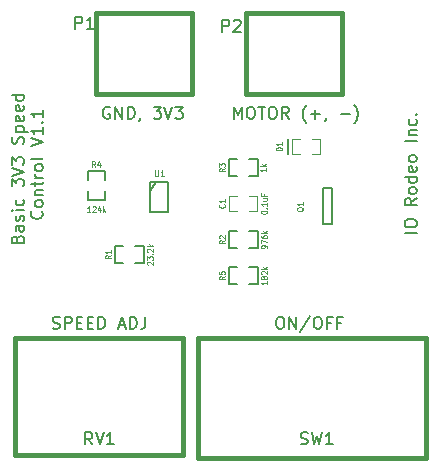
<source format=gto>
G04 (created by PCBNEW (2013-mar-13)-testing) date Thu 23 Jan 2014 01:37:46 PM PST*
%MOIN*%
G04 Gerber Fmt 3.4, Leading zero omitted, Abs format*
%FSLAX34Y34*%
G01*
G70*
G90*
G04 APERTURE LIST*
%ADD10C,0.005906*%
%ADD11C,0.008000*%
%ADD12C,0.004700*%
%ADD13C,0.015000*%
%ADD14C,0.005000*%
%ADD15C,0.004500*%
G04 APERTURE END LIST*
G54D10*
G54D11*
X24080Y-17371D02*
X23680Y-17371D01*
X23680Y-17104D02*
X23680Y-17028D01*
X23700Y-16990D01*
X23738Y-16952D01*
X23814Y-16933D01*
X23947Y-16933D01*
X24023Y-16952D01*
X24061Y-16990D01*
X24080Y-17028D01*
X24080Y-17104D01*
X24061Y-17142D01*
X24023Y-17180D01*
X23947Y-17199D01*
X23814Y-17199D01*
X23738Y-17180D01*
X23700Y-17142D01*
X23680Y-17104D01*
X24080Y-16228D02*
X23890Y-16361D01*
X24080Y-16457D02*
X23680Y-16457D01*
X23680Y-16304D01*
X23700Y-16266D01*
X23719Y-16247D01*
X23757Y-16228D01*
X23814Y-16228D01*
X23852Y-16247D01*
X23871Y-16266D01*
X23890Y-16304D01*
X23890Y-16457D01*
X24080Y-15999D02*
X24061Y-16038D01*
X24042Y-16057D01*
X24004Y-16076D01*
X23890Y-16076D01*
X23852Y-16057D01*
X23833Y-16038D01*
X23814Y-15999D01*
X23814Y-15942D01*
X23833Y-15904D01*
X23852Y-15885D01*
X23890Y-15866D01*
X24004Y-15866D01*
X24042Y-15885D01*
X24061Y-15904D01*
X24080Y-15942D01*
X24080Y-15999D01*
X24080Y-15523D02*
X23680Y-15523D01*
X24061Y-15523D02*
X24080Y-15561D01*
X24080Y-15638D01*
X24061Y-15676D01*
X24042Y-15695D01*
X24004Y-15714D01*
X23890Y-15714D01*
X23852Y-15695D01*
X23833Y-15676D01*
X23814Y-15638D01*
X23814Y-15561D01*
X23833Y-15523D01*
X24061Y-15180D02*
X24080Y-15219D01*
X24080Y-15295D01*
X24061Y-15333D01*
X24023Y-15352D01*
X23871Y-15352D01*
X23833Y-15333D01*
X23814Y-15295D01*
X23814Y-15219D01*
X23833Y-15180D01*
X23871Y-15161D01*
X23909Y-15161D01*
X23947Y-15352D01*
X24080Y-14933D02*
X24061Y-14971D01*
X24042Y-14990D01*
X24004Y-15009D01*
X23890Y-15009D01*
X23852Y-14990D01*
X23833Y-14971D01*
X23814Y-14933D01*
X23814Y-14876D01*
X23833Y-14838D01*
X23852Y-14819D01*
X23890Y-14800D01*
X24004Y-14800D01*
X24042Y-14819D01*
X24061Y-14838D01*
X24080Y-14876D01*
X24080Y-14933D01*
X24080Y-14323D02*
X23680Y-14323D01*
X23814Y-14133D02*
X24080Y-14133D01*
X23852Y-14133D02*
X23833Y-14114D01*
X23814Y-14076D01*
X23814Y-14019D01*
X23833Y-13980D01*
X23871Y-13961D01*
X24080Y-13961D01*
X24061Y-13600D02*
X24080Y-13638D01*
X24080Y-13714D01*
X24061Y-13752D01*
X24042Y-13771D01*
X24004Y-13790D01*
X23890Y-13790D01*
X23852Y-13771D01*
X23833Y-13752D01*
X23814Y-13714D01*
X23814Y-13638D01*
X23833Y-13600D01*
X24042Y-13428D02*
X24061Y-13409D01*
X24080Y-13428D01*
X24061Y-13447D01*
X24042Y-13428D01*
X24080Y-13428D01*
X10771Y-17585D02*
X10790Y-17528D01*
X10809Y-17509D01*
X10847Y-17490D01*
X10904Y-17490D01*
X10942Y-17509D01*
X10961Y-17528D01*
X10980Y-17566D01*
X10980Y-17719D01*
X10580Y-17719D01*
X10580Y-17585D01*
X10600Y-17547D01*
X10619Y-17528D01*
X10657Y-17509D01*
X10695Y-17509D01*
X10733Y-17528D01*
X10752Y-17547D01*
X10771Y-17585D01*
X10771Y-17719D01*
X10980Y-17147D02*
X10771Y-17147D01*
X10733Y-17166D01*
X10714Y-17204D01*
X10714Y-17280D01*
X10733Y-17319D01*
X10961Y-17147D02*
X10980Y-17185D01*
X10980Y-17280D01*
X10961Y-17319D01*
X10923Y-17338D01*
X10885Y-17338D01*
X10847Y-17319D01*
X10828Y-17280D01*
X10828Y-17185D01*
X10809Y-17147D01*
X10961Y-16976D02*
X10980Y-16938D01*
X10980Y-16861D01*
X10961Y-16823D01*
X10923Y-16804D01*
X10904Y-16804D01*
X10866Y-16823D01*
X10847Y-16861D01*
X10847Y-16919D01*
X10828Y-16957D01*
X10790Y-16976D01*
X10771Y-16976D01*
X10733Y-16957D01*
X10714Y-16919D01*
X10714Y-16861D01*
X10733Y-16823D01*
X10980Y-16633D02*
X10714Y-16633D01*
X10580Y-16633D02*
X10600Y-16652D01*
X10619Y-16633D01*
X10600Y-16614D01*
X10580Y-16633D01*
X10619Y-16633D01*
X10961Y-16271D02*
X10980Y-16309D01*
X10980Y-16385D01*
X10961Y-16423D01*
X10942Y-16442D01*
X10904Y-16461D01*
X10790Y-16461D01*
X10752Y-16442D01*
X10733Y-16423D01*
X10714Y-16385D01*
X10714Y-16309D01*
X10733Y-16271D01*
X10580Y-15833D02*
X10580Y-15585D01*
X10733Y-15719D01*
X10733Y-15661D01*
X10752Y-15623D01*
X10771Y-15604D01*
X10809Y-15585D01*
X10904Y-15585D01*
X10942Y-15604D01*
X10961Y-15623D01*
X10980Y-15661D01*
X10980Y-15776D01*
X10961Y-15814D01*
X10942Y-15833D01*
X10580Y-15471D02*
X10980Y-15338D01*
X10580Y-15204D01*
X10580Y-15109D02*
X10580Y-14861D01*
X10733Y-14995D01*
X10733Y-14938D01*
X10752Y-14900D01*
X10771Y-14880D01*
X10809Y-14861D01*
X10904Y-14861D01*
X10942Y-14880D01*
X10961Y-14900D01*
X10980Y-14938D01*
X10980Y-15052D01*
X10961Y-15090D01*
X10942Y-15109D01*
X10961Y-14404D02*
X10980Y-14347D01*
X10980Y-14252D01*
X10961Y-14214D01*
X10942Y-14195D01*
X10904Y-14176D01*
X10866Y-14176D01*
X10828Y-14195D01*
X10809Y-14214D01*
X10790Y-14252D01*
X10771Y-14328D01*
X10752Y-14366D01*
X10733Y-14385D01*
X10695Y-14404D01*
X10657Y-14404D01*
X10619Y-14385D01*
X10600Y-14366D01*
X10580Y-14328D01*
X10580Y-14233D01*
X10600Y-14176D01*
X10714Y-14004D02*
X11114Y-14004D01*
X10733Y-14004D02*
X10714Y-13966D01*
X10714Y-13890D01*
X10733Y-13852D01*
X10752Y-13833D01*
X10790Y-13814D01*
X10904Y-13814D01*
X10942Y-13833D01*
X10961Y-13852D01*
X10980Y-13890D01*
X10980Y-13966D01*
X10961Y-14004D01*
X10961Y-13490D02*
X10980Y-13528D01*
X10980Y-13604D01*
X10961Y-13642D01*
X10923Y-13661D01*
X10771Y-13661D01*
X10733Y-13642D01*
X10714Y-13604D01*
X10714Y-13528D01*
X10733Y-13490D01*
X10771Y-13471D01*
X10809Y-13471D01*
X10847Y-13661D01*
X10961Y-13147D02*
X10980Y-13185D01*
X10980Y-13261D01*
X10961Y-13300D01*
X10923Y-13319D01*
X10771Y-13319D01*
X10733Y-13300D01*
X10714Y-13261D01*
X10714Y-13185D01*
X10733Y-13147D01*
X10771Y-13128D01*
X10809Y-13128D01*
X10847Y-13319D01*
X10980Y-12785D02*
X10580Y-12785D01*
X10961Y-12785D02*
X10980Y-12823D01*
X10980Y-12900D01*
X10961Y-12938D01*
X10942Y-12957D01*
X10904Y-12976D01*
X10790Y-12976D01*
X10752Y-12957D01*
X10733Y-12938D01*
X10714Y-12900D01*
X10714Y-12823D01*
X10733Y-12785D01*
X11582Y-16661D02*
X11601Y-16680D01*
X11620Y-16738D01*
X11620Y-16776D01*
X11601Y-16833D01*
X11563Y-16871D01*
X11525Y-16890D01*
X11449Y-16909D01*
X11392Y-16909D01*
X11316Y-16890D01*
X11278Y-16871D01*
X11240Y-16833D01*
X11220Y-16776D01*
X11220Y-16738D01*
X11240Y-16680D01*
X11259Y-16661D01*
X11620Y-16433D02*
X11601Y-16471D01*
X11582Y-16490D01*
X11544Y-16509D01*
X11430Y-16509D01*
X11392Y-16490D01*
X11373Y-16471D01*
X11354Y-16433D01*
X11354Y-16376D01*
X11373Y-16338D01*
X11392Y-16319D01*
X11430Y-16299D01*
X11544Y-16299D01*
X11582Y-16319D01*
X11601Y-16338D01*
X11620Y-16376D01*
X11620Y-16433D01*
X11354Y-16128D02*
X11620Y-16128D01*
X11392Y-16128D02*
X11373Y-16109D01*
X11354Y-16071D01*
X11354Y-16014D01*
X11373Y-15976D01*
X11411Y-15957D01*
X11620Y-15957D01*
X11354Y-15823D02*
X11354Y-15671D01*
X11220Y-15766D02*
X11563Y-15766D01*
X11601Y-15747D01*
X11620Y-15709D01*
X11620Y-15671D01*
X11620Y-15538D02*
X11354Y-15538D01*
X11430Y-15538D02*
X11392Y-15519D01*
X11373Y-15499D01*
X11354Y-15461D01*
X11354Y-15423D01*
X11620Y-15233D02*
X11601Y-15271D01*
X11582Y-15290D01*
X11544Y-15309D01*
X11430Y-15309D01*
X11392Y-15290D01*
X11373Y-15271D01*
X11354Y-15233D01*
X11354Y-15176D01*
X11373Y-15138D01*
X11392Y-15119D01*
X11430Y-15100D01*
X11544Y-15100D01*
X11582Y-15119D01*
X11601Y-15138D01*
X11620Y-15176D01*
X11620Y-15233D01*
X11620Y-14871D02*
X11601Y-14909D01*
X11563Y-14928D01*
X11220Y-14928D01*
X11220Y-14471D02*
X11620Y-14338D01*
X11220Y-14204D01*
X11620Y-13861D02*
X11620Y-14090D01*
X11620Y-13976D02*
X11220Y-13976D01*
X11278Y-14014D01*
X11316Y-14052D01*
X11335Y-14090D01*
X11582Y-13690D02*
X11601Y-13671D01*
X11620Y-13690D01*
X11601Y-13709D01*
X11582Y-13690D01*
X11620Y-13690D01*
X11620Y-13290D02*
X11620Y-13519D01*
X11620Y-13404D02*
X11220Y-13404D01*
X11278Y-13442D01*
X11316Y-13480D01*
X11335Y-13519D01*
X19490Y-20180D02*
X19566Y-20180D01*
X19604Y-20200D01*
X19642Y-20238D01*
X19661Y-20314D01*
X19661Y-20447D01*
X19642Y-20523D01*
X19604Y-20561D01*
X19566Y-20580D01*
X19490Y-20580D01*
X19452Y-20561D01*
X19414Y-20523D01*
X19395Y-20447D01*
X19395Y-20314D01*
X19414Y-20238D01*
X19452Y-20200D01*
X19490Y-20180D01*
X19833Y-20580D02*
X19833Y-20180D01*
X20061Y-20580D01*
X20061Y-20180D01*
X20538Y-20161D02*
X20195Y-20676D01*
X20747Y-20180D02*
X20823Y-20180D01*
X20861Y-20200D01*
X20900Y-20238D01*
X20919Y-20314D01*
X20919Y-20447D01*
X20900Y-20523D01*
X20861Y-20561D01*
X20823Y-20580D01*
X20747Y-20580D01*
X20709Y-20561D01*
X20671Y-20523D01*
X20652Y-20447D01*
X20652Y-20314D01*
X20671Y-20238D01*
X20709Y-20200D01*
X20747Y-20180D01*
X21223Y-20371D02*
X21090Y-20371D01*
X21090Y-20580D02*
X21090Y-20180D01*
X21280Y-20180D01*
X21566Y-20371D02*
X21433Y-20371D01*
X21433Y-20580D02*
X21433Y-20180D01*
X21623Y-20180D01*
X11947Y-20561D02*
X12004Y-20580D01*
X12100Y-20580D01*
X12138Y-20561D01*
X12157Y-20542D01*
X12176Y-20504D01*
X12176Y-20466D01*
X12157Y-20428D01*
X12138Y-20409D01*
X12100Y-20390D01*
X12023Y-20371D01*
X11985Y-20352D01*
X11966Y-20333D01*
X11947Y-20295D01*
X11947Y-20257D01*
X11966Y-20219D01*
X11985Y-20200D01*
X12023Y-20180D01*
X12119Y-20180D01*
X12176Y-20200D01*
X12347Y-20580D02*
X12347Y-20180D01*
X12500Y-20180D01*
X12538Y-20200D01*
X12557Y-20219D01*
X12576Y-20257D01*
X12576Y-20314D01*
X12557Y-20352D01*
X12538Y-20371D01*
X12500Y-20390D01*
X12347Y-20390D01*
X12747Y-20371D02*
X12880Y-20371D01*
X12938Y-20580D02*
X12747Y-20580D01*
X12747Y-20180D01*
X12938Y-20180D01*
X13109Y-20371D02*
X13242Y-20371D01*
X13300Y-20580D02*
X13109Y-20580D01*
X13109Y-20180D01*
X13300Y-20180D01*
X13471Y-20580D02*
X13471Y-20180D01*
X13566Y-20180D01*
X13623Y-20200D01*
X13661Y-20238D01*
X13680Y-20276D01*
X13700Y-20352D01*
X13700Y-20409D01*
X13680Y-20485D01*
X13661Y-20523D01*
X13623Y-20561D01*
X13566Y-20580D01*
X13471Y-20580D01*
X14157Y-20466D02*
X14347Y-20466D01*
X14119Y-20580D02*
X14252Y-20180D01*
X14385Y-20580D01*
X14519Y-20580D02*
X14519Y-20180D01*
X14614Y-20180D01*
X14671Y-20200D01*
X14709Y-20238D01*
X14728Y-20276D01*
X14747Y-20352D01*
X14747Y-20409D01*
X14728Y-20485D01*
X14709Y-20523D01*
X14671Y-20561D01*
X14614Y-20580D01*
X14519Y-20580D01*
X15033Y-20180D02*
X15033Y-20466D01*
X15014Y-20523D01*
X14976Y-20561D01*
X14919Y-20580D01*
X14880Y-20580D01*
X17980Y-13580D02*
X17980Y-13180D01*
X18114Y-13466D01*
X18247Y-13180D01*
X18247Y-13580D01*
X18514Y-13180D02*
X18590Y-13180D01*
X18628Y-13200D01*
X18666Y-13238D01*
X18685Y-13314D01*
X18685Y-13447D01*
X18666Y-13523D01*
X18628Y-13561D01*
X18590Y-13580D01*
X18514Y-13580D01*
X18476Y-13561D01*
X18438Y-13523D01*
X18419Y-13447D01*
X18419Y-13314D01*
X18438Y-13238D01*
X18476Y-13200D01*
X18514Y-13180D01*
X18800Y-13180D02*
X19028Y-13180D01*
X18914Y-13580D02*
X18914Y-13180D01*
X19238Y-13180D02*
X19314Y-13180D01*
X19352Y-13200D01*
X19390Y-13238D01*
X19409Y-13314D01*
X19409Y-13447D01*
X19390Y-13523D01*
X19352Y-13561D01*
X19314Y-13580D01*
X19238Y-13580D01*
X19200Y-13561D01*
X19161Y-13523D01*
X19142Y-13447D01*
X19142Y-13314D01*
X19161Y-13238D01*
X19200Y-13200D01*
X19238Y-13180D01*
X19809Y-13580D02*
X19676Y-13390D01*
X19580Y-13580D02*
X19580Y-13180D01*
X19733Y-13180D01*
X19771Y-13200D01*
X19790Y-13219D01*
X19809Y-13257D01*
X19809Y-13314D01*
X19790Y-13352D01*
X19771Y-13371D01*
X19733Y-13390D01*
X19580Y-13390D01*
X20400Y-13733D02*
X20380Y-13714D01*
X20342Y-13657D01*
X20323Y-13619D01*
X20304Y-13561D01*
X20285Y-13466D01*
X20285Y-13390D01*
X20304Y-13295D01*
X20323Y-13238D01*
X20342Y-13200D01*
X20380Y-13142D01*
X20400Y-13123D01*
X20552Y-13428D02*
X20857Y-13428D01*
X20704Y-13580D02*
X20704Y-13276D01*
X21066Y-13561D02*
X21066Y-13580D01*
X21047Y-13619D01*
X21028Y-13638D01*
X21542Y-13428D02*
X21847Y-13428D01*
X22000Y-13733D02*
X22019Y-13714D01*
X22057Y-13657D01*
X22076Y-13619D01*
X22095Y-13561D01*
X22114Y-13466D01*
X22114Y-13390D01*
X22095Y-13295D01*
X22076Y-13238D01*
X22057Y-13200D01*
X22019Y-13142D01*
X22000Y-13123D01*
X13842Y-13200D02*
X13804Y-13180D01*
X13747Y-13180D01*
X13690Y-13200D01*
X13652Y-13238D01*
X13633Y-13276D01*
X13614Y-13352D01*
X13614Y-13409D01*
X13633Y-13485D01*
X13652Y-13523D01*
X13690Y-13561D01*
X13747Y-13580D01*
X13785Y-13580D01*
X13842Y-13561D01*
X13861Y-13542D01*
X13861Y-13409D01*
X13785Y-13409D01*
X14033Y-13580D02*
X14033Y-13180D01*
X14261Y-13580D01*
X14261Y-13180D01*
X14452Y-13580D02*
X14452Y-13180D01*
X14547Y-13180D01*
X14604Y-13200D01*
X14642Y-13238D01*
X14661Y-13276D01*
X14680Y-13352D01*
X14680Y-13409D01*
X14661Y-13485D01*
X14642Y-13523D01*
X14604Y-13561D01*
X14547Y-13580D01*
X14452Y-13580D01*
X14871Y-13561D02*
X14871Y-13580D01*
X14852Y-13619D01*
X14833Y-13638D01*
X15309Y-13180D02*
X15557Y-13180D01*
X15423Y-13333D01*
X15480Y-13333D01*
X15519Y-13352D01*
X15538Y-13371D01*
X15557Y-13409D01*
X15557Y-13504D01*
X15538Y-13542D01*
X15519Y-13561D01*
X15480Y-13580D01*
X15366Y-13580D01*
X15328Y-13561D01*
X15309Y-13542D01*
X15671Y-13180D02*
X15804Y-13580D01*
X15938Y-13180D01*
X16033Y-13180D02*
X16280Y-13180D01*
X16147Y-13333D01*
X16204Y-13333D01*
X16242Y-13352D01*
X16261Y-13371D01*
X16280Y-13409D01*
X16280Y-13504D01*
X16261Y-13542D01*
X16242Y-13561D01*
X16204Y-13580D01*
X16090Y-13580D01*
X16052Y-13561D01*
X16033Y-13542D01*
G54D12*
X18497Y-16656D02*
X18772Y-16656D01*
X18103Y-16656D02*
X17828Y-16656D01*
X18497Y-16144D02*
X18772Y-16144D01*
X17828Y-16144D02*
X18103Y-16144D01*
X18772Y-16150D02*
X18772Y-16650D01*
X17828Y-16650D02*
X17828Y-16150D01*
G54D10*
X19800Y-14750D02*
X19800Y-14250D01*
G54D12*
X20203Y-14244D02*
X19928Y-14244D01*
X20597Y-14244D02*
X20872Y-14244D01*
X20203Y-14756D02*
X19928Y-14756D01*
X20872Y-14756D02*
X20597Y-14756D01*
X19928Y-14750D02*
X19928Y-14250D01*
X20872Y-14250D02*
X20872Y-14750D01*
G54D13*
X13400Y-10050D02*
X13400Y-12750D01*
X13400Y-12750D02*
X16600Y-12750D01*
X16600Y-12750D02*
X16600Y-10050D01*
X16600Y-10050D02*
X13400Y-10050D01*
X18400Y-10050D02*
X18400Y-12750D01*
X18400Y-12750D02*
X21600Y-12750D01*
X21600Y-12750D02*
X21600Y-10050D01*
X21600Y-10050D02*
X18400Y-10050D01*
G54D14*
X20950Y-17100D02*
X20950Y-15900D01*
X20950Y-15900D02*
X21250Y-15900D01*
X21250Y-15900D02*
X21250Y-17100D01*
X21250Y-17100D02*
X20950Y-17100D01*
X14697Y-18375D02*
X14975Y-18375D01*
X14975Y-18375D02*
X14975Y-17825D01*
X14975Y-17825D02*
X14697Y-17825D01*
X14025Y-18375D02*
X14303Y-18375D01*
X14025Y-18375D02*
X14025Y-17825D01*
X14025Y-17825D02*
X14303Y-17825D01*
X18103Y-17325D02*
X17825Y-17325D01*
X17825Y-17325D02*
X17825Y-17875D01*
X17825Y-17875D02*
X18103Y-17875D01*
X18775Y-17325D02*
X18497Y-17325D01*
X18775Y-17325D02*
X18775Y-17875D01*
X18775Y-17875D02*
X18497Y-17875D01*
X18497Y-15475D02*
X18775Y-15475D01*
X18775Y-15475D02*
X18775Y-14925D01*
X18775Y-14925D02*
X18497Y-14925D01*
X17825Y-15475D02*
X18103Y-15475D01*
X17825Y-15475D02*
X17825Y-14925D01*
X17825Y-14925D02*
X18103Y-14925D01*
X13125Y-15997D02*
X13125Y-16275D01*
X13125Y-16275D02*
X13675Y-16275D01*
X13675Y-16275D02*
X13675Y-15997D01*
X13125Y-15325D02*
X13125Y-15603D01*
X13125Y-15325D02*
X13675Y-15325D01*
X13675Y-15325D02*
X13675Y-15603D01*
X18103Y-18525D02*
X17825Y-18525D01*
X17825Y-18525D02*
X17825Y-19075D01*
X17825Y-19075D02*
X18103Y-19075D01*
X18775Y-18525D02*
X18497Y-18525D01*
X18775Y-18525D02*
X18775Y-19075D01*
X18775Y-19075D02*
X18497Y-19075D01*
G54D13*
X10700Y-20900D02*
X10700Y-24800D01*
X10700Y-24800D02*
X16300Y-24800D01*
X11000Y-20900D02*
X10700Y-20900D01*
X16300Y-20900D02*
X16300Y-24800D01*
X16000Y-20900D02*
X16300Y-20900D01*
X16000Y-20900D02*
X11000Y-20900D01*
X15500Y-24800D02*
X11500Y-24800D01*
X16800Y-20900D02*
X24400Y-20900D01*
X24400Y-20900D02*
X24400Y-24900D01*
X24400Y-24900D02*
X16800Y-24900D01*
X16800Y-24900D02*
X16800Y-20900D01*
G54D14*
X15200Y-16000D02*
X15400Y-15700D01*
X15200Y-16700D02*
X15200Y-15675D01*
X15200Y-15675D02*
X15800Y-15675D01*
X15800Y-15675D02*
X15800Y-16700D01*
X15800Y-16700D02*
X15200Y-16700D01*
G54D15*
X17671Y-16430D02*
X17680Y-16438D01*
X17690Y-16464D01*
X17690Y-16481D01*
X17680Y-16507D01*
X17661Y-16524D01*
X17642Y-16532D01*
X17604Y-16541D01*
X17576Y-16541D01*
X17538Y-16532D01*
X17519Y-16524D01*
X17500Y-16507D01*
X17490Y-16481D01*
X17490Y-16464D01*
X17500Y-16438D01*
X17509Y-16430D01*
X17690Y-16258D02*
X17690Y-16361D01*
X17690Y-16310D02*
X17490Y-16310D01*
X17519Y-16327D01*
X17538Y-16344D01*
X17547Y-16361D01*
X18890Y-16695D02*
X18890Y-16678D01*
X18900Y-16661D01*
X18909Y-16652D01*
X18928Y-16644D01*
X18966Y-16635D01*
X19014Y-16635D01*
X19052Y-16644D01*
X19071Y-16652D01*
X19080Y-16661D01*
X19090Y-16678D01*
X19090Y-16695D01*
X19080Y-16712D01*
X19071Y-16721D01*
X19052Y-16730D01*
X19014Y-16738D01*
X18966Y-16738D01*
X18928Y-16730D01*
X18909Y-16721D01*
X18900Y-16712D01*
X18890Y-16695D01*
X19071Y-16558D02*
X19080Y-16549D01*
X19090Y-16558D01*
X19080Y-16567D01*
X19071Y-16558D01*
X19090Y-16558D01*
X19090Y-16378D02*
X19090Y-16481D01*
X19090Y-16430D02*
X18890Y-16430D01*
X18919Y-16447D01*
X18938Y-16464D01*
X18947Y-16481D01*
X18957Y-16224D02*
X19090Y-16224D01*
X18957Y-16301D02*
X19061Y-16301D01*
X19080Y-16292D01*
X19090Y-16275D01*
X19090Y-16249D01*
X19080Y-16232D01*
X19071Y-16224D01*
X18985Y-16078D02*
X18985Y-16138D01*
X19090Y-16138D02*
X18890Y-16138D01*
X18890Y-16052D01*
X19590Y-14632D02*
X19390Y-14632D01*
X19390Y-14590D01*
X19400Y-14564D01*
X19419Y-14547D01*
X19438Y-14538D01*
X19476Y-14530D01*
X19504Y-14530D01*
X19542Y-14538D01*
X19561Y-14547D01*
X19580Y-14564D01*
X19590Y-14590D01*
X19590Y-14632D01*
X19590Y-14358D02*
X19590Y-14461D01*
X19590Y-14410D02*
X19390Y-14410D01*
X19419Y-14427D01*
X19438Y-14444D01*
X19447Y-14461D01*
G54D11*
X12704Y-10580D02*
X12704Y-10180D01*
X12857Y-10180D01*
X12895Y-10200D01*
X12914Y-10219D01*
X12933Y-10257D01*
X12933Y-10314D01*
X12914Y-10352D01*
X12895Y-10371D01*
X12857Y-10390D01*
X12704Y-10390D01*
X13314Y-10580D02*
X13085Y-10580D01*
X13200Y-10580D02*
X13200Y-10180D01*
X13161Y-10238D01*
X13123Y-10276D01*
X13085Y-10295D01*
X17604Y-10680D02*
X17604Y-10280D01*
X17757Y-10280D01*
X17795Y-10300D01*
X17814Y-10319D01*
X17833Y-10357D01*
X17833Y-10414D01*
X17814Y-10452D01*
X17795Y-10471D01*
X17757Y-10490D01*
X17604Y-10490D01*
X17985Y-10319D02*
X18004Y-10300D01*
X18042Y-10280D01*
X18138Y-10280D01*
X18176Y-10300D01*
X18195Y-10319D01*
X18214Y-10357D01*
X18214Y-10395D01*
X18195Y-10452D01*
X17966Y-10680D01*
X18214Y-10680D01*
G54D15*
X20309Y-16517D02*
X20300Y-16534D01*
X20280Y-16551D01*
X20252Y-16577D01*
X20242Y-16594D01*
X20242Y-16611D01*
X20290Y-16602D02*
X20280Y-16620D01*
X20261Y-16637D01*
X20223Y-16645D01*
X20157Y-16645D01*
X20119Y-16637D01*
X20100Y-16620D01*
X20090Y-16602D01*
X20090Y-16568D01*
X20100Y-16551D01*
X20119Y-16534D01*
X20157Y-16525D01*
X20223Y-16525D01*
X20261Y-16534D01*
X20280Y-16551D01*
X20290Y-16568D01*
X20290Y-16602D01*
X20290Y-16354D02*
X20290Y-16457D01*
X20290Y-16405D02*
X20090Y-16405D01*
X20119Y-16422D01*
X20138Y-16440D01*
X20147Y-16457D01*
X13889Y-18130D02*
X13795Y-18190D01*
X13889Y-18232D02*
X13692Y-18232D01*
X13692Y-18164D01*
X13701Y-18147D01*
X13710Y-18138D01*
X13729Y-18130D01*
X13757Y-18130D01*
X13776Y-18138D01*
X13785Y-18147D01*
X13795Y-18164D01*
X13795Y-18232D01*
X13889Y-17958D02*
X13889Y-18061D01*
X13889Y-18010D02*
X13692Y-18010D01*
X13720Y-18027D01*
X13739Y-18044D01*
X13748Y-18061D01*
X15109Y-18438D02*
X15100Y-18430D01*
X15090Y-18412D01*
X15090Y-18370D01*
X15100Y-18352D01*
X15109Y-18344D01*
X15128Y-18335D01*
X15147Y-18335D01*
X15176Y-18344D01*
X15290Y-18447D01*
X15290Y-18335D01*
X15090Y-18275D02*
X15090Y-18164D01*
X15166Y-18224D01*
X15166Y-18198D01*
X15176Y-18181D01*
X15185Y-18172D01*
X15204Y-18164D01*
X15252Y-18164D01*
X15271Y-18172D01*
X15280Y-18181D01*
X15290Y-18198D01*
X15290Y-18249D01*
X15280Y-18267D01*
X15271Y-18275D01*
X15271Y-18087D02*
X15280Y-18078D01*
X15290Y-18087D01*
X15280Y-18095D01*
X15271Y-18087D01*
X15290Y-18087D01*
X15109Y-18009D02*
X15100Y-18001D01*
X15090Y-17984D01*
X15090Y-17941D01*
X15100Y-17924D01*
X15109Y-17915D01*
X15128Y-17907D01*
X15147Y-17907D01*
X15176Y-17915D01*
X15290Y-18018D01*
X15290Y-17907D01*
X15290Y-17829D02*
X15090Y-17829D01*
X15214Y-17812D02*
X15290Y-17761D01*
X15157Y-17761D02*
X15233Y-17829D01*
X17689Y-17630D02*
X17595Y-17690D01*
X17689Y-17732D02*
X17492Y-17732D01*
X17492Y-17664D01*
X17501Y-17647D01*
X17510Y-17638D01*
X17529Y-17630D01*
X17557Y-17630D01*
X17576Y-17638D01*
X17585Y-17647D01*
X17595Y-17664D01*
X17595Y-17732D01*
X17510Y-17561D02*
X17501Y-17552D01*
X17492Y-17535D01*
X17492Y-17492D01*
X17501Y-17475D01*
X17510Y-17467D01*
X17529Y-17458D01*
X17548Y-17458D01*
X17576Y-17467D01*
X17689Y-17570D01*
X17689Y-17458D01*
X19090Y-17878D02*
X19090Y-17844D01*
X19080Y-17827D01*
X19071Y-17818D01*
X19042Y-17801D01*
X19004Y-17792D01*
X18928Y-17792D01*
X18909Y-17801D01*
X18900Y-17810D01*
X18890Y-17827D01*
X18890Y-17861D01*
X18900Y-17878D01*
X18909Y-17887D01*
X18928Y-17895D01*
X18976Y-17895D01*
X18995Y-17887D01*
X19004Y-17878D01*
X19014Y-17861D01*
X19014Y-17827D01*
X19004Y-17810D01*
X18995Y-17801D01*
X18976Y-17792D01*
X18890Y-17732D02*
X18890Y-17612D01*
X19090Y-17690D01*
X18890Y-17467D02*
X18890Y-17501D01*
X18900Y-17518D01*
X18909Y-17527D01*
X18938Y-17544D01*
X18976Y-17552D01*
X19052Y-17552D01*
X19071Y-17544D01*
X19080Y-17535D01*
X19090Y-17518D01*
X19090Y-17484D01*
X19080Y-17467D01*
X19071Y-17458D01*
X19052Y-17449D01*
X19004Y-17449D01*
X18985Y-17458D01*
X18976Y-17467D01*
X18966Y-17484D01*
X18966Y-17518D01*
X18976Y-17535D01*
X18985Y-17544D01*
X19004Y-17552D01*
X19090Y-17372D02*
X18890Y-17372D01*
X19014Y-17355D02*
X19090Y-17304D01*
X18957Y-17304D02*
X19033Y-17372D01*
X17689Y-15230D02*
X17595Y-15290D01*
X17689Y-15332D02*
X17492Y-15332D01*
X17492Y-15264D01*
X17501Y-15247D01*
X17510Y-15238D01*
X17529Y-15230D01*
X17557Y-15230D01*
X17576Y-15238D01*
X17585Y-15247D01*
X17595Y-15264D01*
X17595Y-15332D01*
X17492Y-15170D02*
X17492Y-15058D01*
X17567Y-15118D01*
X17567Y-15092D01*
X17576Y-15075D01*
X17585Y-15067D01*
X17604Y-15058D01*
X17651Y-15058D01*
X17670Y-15067D01*
X17679Y-15075D01*
X17689Y-15092D01*
X17689Y-15144D01*
X17679Y-15161D01*
X17670Y-15170D01*
X19059Y-15221D02*
X19059Y-15324D01*
X19059Y-15272D02*
X18859Y-15272D01*
X18888Y-15290D01*
X18907Y-15307D01*
X18916Y-15324D01*
X19059Y-15144D02*
X18859Y-15144D01*
X18983Y-15127D02*
X19059Y-15075D01*
X18926Y-15075D02*
X19002Y-15144D01*
X13370Y-15189D02*
X13310Y-15095D01*
X13267Y-15189D02*
X13267Y-14992D01*
X13335Y-14992D01*
X13352Y-15001D01*
X13361Y-15010D01*
X13370Y-15029D01*
X13370Y-15057D01*
X13361Y-15076D01*
X13352Y-15085D01*
X13335Y-15095D01*
X13267Y-15095D01*
X13524Y-15057D02*
X13524Y-15189D01*
X13481Y-14982D02*
X13438Y-15123D01*
X13550Y-15123D01*
X13207Y-16690D02*
X13104Y-16690D01*
X13155Y-16690D02*
X13155Y-16490D01*
X13138Y-16519D01*
X13121Y-16538D01*
X13104Y-16547D01*
X13275Y-16509D02*
X13284Y-16500D01*
X13301Y-16490D01*
X13344Y-16490D01*
X13361Y-16500D01*
X13370Y-16509D01*
X13378Y-16528D01*
X13378Y-16547D01*
X13370Y-16576D01*
X13267Y-16690D01*
X13378Y-16690D01*
X13532Y-16557D02*
X13532Y-16690D01*
X13490Y-16480D02*
X13447Y-16623D01*
X13558Y-16623D01*
X13627Y-16690D02*
X13627Y-16490D01*
X13644Y-16614D02*
X13695Y-16690D01*
X13695Y-16557D02*
X13627Y-16633D01*
X17689Y-18830D02*
X17595Y-18890D01*
X17689Y-18932D02*
X17492Y-18932D01*
X17492Y-18864D01*
X17501Y-18847D01*
X17510Y-18838D01*
X17529Y-18830D01*
X17557Y-18830D01*
X17576Y-18838D01*
X17585Y-18847D01*
X17595Y-18864D01*
X17595Y-18932D01*
X17492Y-18667D02*
X17492Y-18752D01*
X17585Y-18761D01*
X17576Y-18752D01*
X17567Y-18735D01*
X17567Y-18692D01*
X17576Y-18675D01*
X17585Y-18667D01*
X17604Y-18658D01*
X17651Y-18658D01*
X17670Y-18667D01*
X17679Y-18675D01*
X17689Y-18692D01*
X17689Y-18735D01*
X17679Y-18752D01*
X17670Y-18761D01*
X19090Y-18992D02*
X19090Y-19095D01*
X19090Y-19044D02*
X18890Y-19044D01*
X18919Y-19061D01*
X18938Y-19078D01*
X18947Y-19095D01*
X18976Y-18890D02*
X18966Y-18907D01*
X18957Y-18915D01*
X18938Y-18924D01*
X18928Y-18924D01*
X18909Y-18915D01*
X18900Y-18907D01*
X18890Y-18890D01*
X18890Y-18855D01*
X18900Y-18838D01*
X18909Y-18830D01*
X18928Y-18821D01*
X18938Y-18821D01*
X18957Y-18830D01*
X18966Y-18838D01*
X18976Y-18855D01*
X18976Y-18890D01*
X18985Y-18907D01*
X18995Y-18915D01*
X19014Y-18924D01*
X19052Y-18924D01*
X19071Y-18915D01*
X19080Y-18907D01*
X19090Y-18890D01*
X19090Y-18855D01*
X19080Y-18838D01*
X19071Y-18830D01*
X19052Y-18821D01*
X19014Y-18821D01*
X18995Y-18830D01*
X18985Y-18838D01*
X18976Y-18855D01*
X18909Y-18752D02*
X18900Y-18744D01*
X18890Y-18727D01*
X18890Y-18684D01*
X18900Y-18667D01*
X18909Y-18658D01*
X18928Y-18649D01*
X18947Y-18649D01*
X18976Y-18658D01*
X19090Y-18761D01*
X19090Y-18649D01*
X19090Y-18572D02*
X18890Y-18572D01*
X19014Y-18555D02*
X19090Y-18504D01*
X18957Y-18504D02*
X19033Y-18572D01*
G54D11*
X13261Y-24430D02*
X13128Y-24240D01*
X13033Y-24430D02*
X13033Y-24030D01*
X13185Y-24030D01*
X13223Y-24050D01*
X13242Y-24069D01*
X13261Y-24107D01*
X13261Y-24164D01*
X13242Y-24202D01*
X13223Y-24221D01*
X13185Y-24240D01*
X13033Y-24240D01*
X13376Y-24030D02*
X13509Y-24430D01*
X13642Y-24030D01*
X13985Y-24430D02*
X13757Y-24430D01*
X13871Y-24430D02*
X13871Y-24030D01*
X13833Y-24088D01*
X13795Y-24126D01*
X13757Y-24145D01*
X20216Y-24411D02*
X20273Y-24430D01*
X20369Y-24430D01*
X20407Y-24411D01*
X20426Y-24392D01*
X20445Y-24354D01*
X20445Y-24316D01*
X20426Y-24278D01*
X20407Y-24259D01*
X20369Y-24240D01*
X20292Y-24221D01*
X20254Y-24202D01*
X20235Y-24183D01*
X20216Y-24145D01*
X20216Y-24107D01*
X20235Y-24069D01*
X20254Y-24050D01*
X20292Y-24030D01*
X20388Y-24030D01*
X20445Y-24050D01*
X20578Y-24030D02*
X20673Y-24430D01*
X20750Y-24145D01*
X20826Y-24430D01*
X20921Y-24030D01*
X21283Y-24430D02*
X21054Y-24430D01*
X21169Y-24430D02*
X21169Y-24030D01*
X21130Y-24088D01*
X21092Y-24126D01*
X21054Y-24145D01*
G54D15*
X15362Y-15290D02*
X15362Y-15452D01*
X15371Y-15471D01*
X15380Y-15480D01*
X15397Y-15490D01*
X15431Y-15490D01*
X15448Y-15480D01*
X15457Y-15471D01*
X15465Y-15452D01*
X15465Y-15290D01*
X15645Y-15490D02*
X15542Y-15490D01*
X15594Y-15490D02*
X15594Y-15290D01*
X15577Y-15319D01*
X15560Y-15338D01*
X15542Y-15347D01*
M02*

</source>
